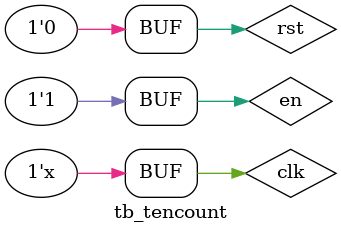
<source format=v>
`timescale 1ns / 1ns


module tb_tencount(

    );
    reg rst;
    reg clk;
    reg en;
    wire [3:0] count;
    wire co;
    initial begin
        rst = 0;
        clk = 0;
        en = 0;
        #100
        rst = 1;
        #40
        rst = 0;
        en = 1;
    end
    
    always #10 clk = ~clk;
tencount tencount(
.rst    (rst),
.clk    (clk),
.en     (en),
.count  (count),
.co     (co)
);
endmodule

</source>
